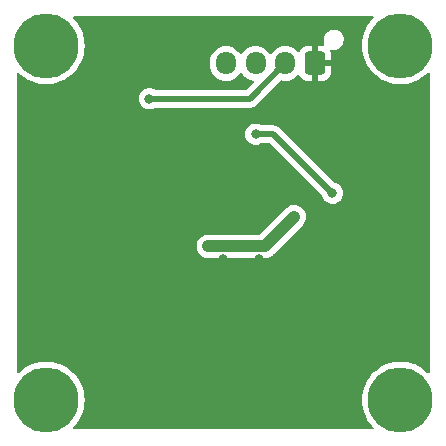
<source format=gbl>
%TF.GenerationSoftware,KiCad,Pcbnew,7.0.1-0*%
%TF.CreationDate,2023-04-01T23:00:14-04:00*%
%TF.ProjectId,Turbidometer,54757262-6964-46f6-9d65-7465722e6b69,rev?*%
%TF.SameCoordinates,Original*%
%TF.FileFunction,Copper,L2,Bot*%
%TF.FilePolarity,Positive*%
%FSLAX46Y46*%
G04 Gerber Fmt 4.6, Leading zero omitted, Abs format (unit mm)*
G04 Created by KiCad (PCBNEW 7.0.1-0) date 2023-04-01 23:00:14*
%MOMM*%
%LPD*%
G01*
G04 APERTURE LIST*
G04 Aperture macros list*
%AMRoundRect*
0 Rectangle with rounded corners*
0 $1 Rounding radius*
0 $2 $3 $4 $5 $6 $7 $8 $9 X,Y pos of 4 corners*
0 Add a 4 corners polygon primitive as box body*
4,1,4,$2,$3,$4,$5,$6,$7,$8,$9,$2,$3,0*
0 Add four circle primitives for the rounded corners*
1,1,$1+$1,$2,$3*
1,1,$1+$1,$4,$5*
1,1,$1+$1,$6,$7*
1,1,$1+$1,$8,$9*
0 Add four rect primitives between the rounded corners*
20,1,$1+$1,$2,$3,$4,$5,0*
20,1,$1+$1,$4,$5,$6,$7,0*
20,1,$1+$1,$6,$7,$8,$9,0*
20,1,$1+$1,$8,$9,$2,$3,0*%
G04 Aperture macros list end*
%TA.AperFunction,ComponentPad*%
%ADD10C,5.500000*%
%TD*%
%TA.AperFunction,ComponentPad*%
%ADD11RoundRect,0.250000X0.600000X0.725000X-0.600000X0.725000X-0.600000X-0.725000X0.600000X-0.725000X0*%
%TD*%
%TA.AperFunction,ComponentPad*%
%ADD12O,1.700000X1.950000*%
%TD*%
%TA.AperFunction,ViaPad*%
%ADD13C,0.800000*%
%TD*%
%TA.AperFunction,Conductor*%
%ADD14C,0.500000*%
%TD*%
%TA.AperFunction,Conductor*%
%ADD15C,1.000000*%
%TD*%
G04 APERTURE END LIST*
D10*
%TO.P,H2,1*%
%TO.N,N/C*%
X120000000Y-47500000D03*
%TD*%
%TO.P,H1,1*%
%TO.N,N/C*%
X90000000Y-47500000D03*
%TD*%
%TO.P,H4,1*%
%TO.N,N/C*%
X120000000Y-77500000D03*
%TD*%
%TO.P,H3,1*%
%TO.N,N/C*%
X90000000Y-77500000D03*
%TD*%
D11*
%TO.P,J2,1,Pin_1*%
%TO.N,GND*%
X112750000Y-49000000D03*
D12*
%TO.P,J2,2,Pin_2*%
%TO.N,+3V3*%
X110250000Y-49000000D03*
%TO.P,J2,3,Pin_3*%
%TO.N,SDA-VCC*%
X107750000Y-49000000D03*
%TO.P,J2,4,Pin_4*%
%TO.N,SCL-VCC*%
X105250000Y-49000000D03*
%TD*%
D13*
%TO.N,+3V3*%
X98750000Y-52000000D03*
%TO.N,GND*%
X103600000Y-73800000D03*
X89000000Y-62500000D03*
X105000000Y-78500000D03*
X89000000Y-52500000D03*
X109500000Y-75500000D03*
X105787500Y-62287500D03*
X99000000Y-64500000D03*
X95000000Y-78500000D03*
X121000000Y-55000000D03*
X99000000Y-69500000D03*
X102500000Y-78500000D03*
X112500000Y-65250000D03*
X100750000Y-50500000D03*
X115000000Y-78500000D03*
X105000000Y-67500000D03*
X121000000Y-70000000D03*
X107500000Y-78500000D03*
X105000000Y-70000000D03*
X97500000Y-78500000D03*
X108000000Y-65599500D03*
X107500000Y-70000000D03*
X96500000Y-61000000D03*
X102000000Y-50500000D03*
X101500000Y-58750000D03*
X89000000Y-57500000D03*
X112500000Y-78500000D03*
X107500000Y-67500000D03*
X102500000Y-72500000D03*
X121000000Y-67500000D03*
X121000000Y-57500000D03*
X114250000Y-56250000D03*
X110000000Y-78500000D03*
X121000000Y-62500000D03*
X100000000Y-78500000D03*
X121000000Y-60000000D03*
X121000000Y-72500000D03*
X89000000Y-55000000D03*
X89000000Y-60000000D03*
X89000000Y-67500000D03*
X89000000Y-72500000D03*
X89000000Y-70000000D03*
X89000000Y-65000000D03*
X121000000Y-52500000D03*
X104997882Y-65599500D03*
X121000000Y-65000000D03*
%TO.N,+3V0*%
X103750000Y-64500000D03*
X107750000Y-55000000D03*
X111000000Y-62000000D03*
X114250000Y-60000000D03*
%TD*%
D14*
%TO.N,+3V3*%
X98750000Y-52000000D02*
X107250000Y-52000000D01*
X107250000Y-52000000D02*
X110250000Y-49000000D01*
%TO.N,+3V0*%
X109250000Y-55000000D02*
X107750000Y-55000000D01*
D15*
X111000000Y-62000000D02*
X108500000Y-64500000D01*
D14*
X114250000Y-60000000D02*
X109250000Y-55000000D01*
D15*
X108500000Y-64500000D02*
X103750000Y-64500000D01*
%TD*%
%TA.AperFunction,Conductor*%
%TO.N,GND*%
G36*
X117658265Y-45013822D02*
G01*
X117702475Y-45052206D01*
X117724145Y-45106595D01*
X117718446Y-45164864D01*
X117686648Y-45214023D01*
X117636686Y-45261349D01*
X117408496Y-45529995D01*
X117210695Y-45821728D01*
X117045592Y-46133144D01*
X116915127Y-46460586D01*
X116820833Y-46800204D01*
X116763808Y-47148049D01*
X116744725Y-47499999D01*
X116763808Y-47851950D01*
X116820833Y-48199795D01*
X116915127Y-48539413D01*
X117045592Y-48866855D01*
X117210695Y-49178271D01*
X117408496Y-49470004D01*
X117636686Y-49738650D01*
X117892578Y-49981045D01*
X117899736Y-49986486D01*
X118173182Y-50194354D01*
X118475202Y-50376074D01*
X118795099Y-50524074D01*
X119025073Y-50601561D01*
X119129121Y-50636619D01*
X119204893Y-50653297D01*
X119473355Y-50712391D01*
X119785652Y-50746355D01*
X119823762Y-50750500D01*
X119823763Y-50750500D01*
X120176237Y-50750500D01*
X120176238Y-50750500D01*
X120210608Y-50746761D01*
X120526645Y-50712391D01*
X120870878Y-50636619D01*
X121204901Y-50524074D01*
X121524798Y-50376074D01*
X121826818Y-50194354D01*
X122107420Y-49981046D01*
X122290725Y-49807409D01*
X122340246Y-49778701D01*
X122397385Y-49775292D01*
X122449968Y-49797911D01*
X122486788Y-49841738D01*
X122500000Y-49897434D01*
X122500000Y-75102566D01*
X122486788Y-75158262D01*
X122449968Y-75202089D01*
X122397385Y-75224708D01*
X122340246Y-75221299D01*
X122290725Y-75192590D01*
X122195688Y-75102566D01*
X122107420Y-75018954D01*
X121826818Y-74805646D01*
X121826819Y-74805646D01*
X121826817Y-74805645D01*
X121524795Y-74623924D01*
X121204903Y-74475927D01*
X121204901Y-74475926D01*
X121122758Y-74448249D01*
X120870878Y-74363380D01*
X120526645Y-74287609D01*
X120176238Y-74249500D01*
X120176237Y-74249500D01*
X119823763Y-74249500D01*
X119823762Y-74249500D01*
X119473354Y-74287609D01*
X119129121Y-74363380D01*
X118795096Y-74475927D01*
X118475204Y-74623924D01*
X118173182Y-74805645D01*
X117892578Y-75018954D01*
X117636686Y-75261349D01*
X117408496Y-75529995D01*
X117210695Y-75821728D01*
X117045592Y-76133144D01*
X116915127Y-76460586D01*
X116820833Y-76800204D01*
X116763808Y-77148049D01*
X116744725Y-77500000D01*
X116763808Y-77851950D01*
X116820833Y-78199795D01*
X116915127Y-78539413D01*
X117045592Y-78866855D01*
X117210695Y-79178271D01*
X117408496Y-79470004D01*
X117636686Y-79738650D01*
X117686648Y-79785977D01*
X117718446Y-79835136D01*
X117724145Y-79893405D01*
X117702475Y-79947794D01*
X117658265Y-79986178D01*
X117601373Y-80000000D01*
X92398627Y-80000000D01*
X92341735Y-79986178D01*
X92297525Y-79947794D01*
X92275855Y-79893405D01*
X92281554Y-79835136D01*
X92313352Y-79785977D01*
X92328591Y-79771541D01*
X92363314Y-79738650D01*
X92591501Y-79470008D01*
X92789305Y-79178269D01*
X92954407Y-78866855D01*
X93084872Y-78539413D01*
X93179166Y-78199795D01*
X93179165Y-78199795D01*
X93179168Y-78199788D01*
X93236191Y-77851957D01*
X93255274Y-77500000D01*
X93236191Y-77148043D01*
X93179168Y-76800212D01*
X93179166Y-76800204D01*
X93084872Y-76460586D01*
X92954407Y-76133144D01*
X92789304Y-75821728D01*
X92591503Y-75529995D01*
X92591501Y-75529992D01*
X92363314Y-75261350D01*
X92290725Y-75192590D01*
X92107421Y-75018954D01*
X91826817Y-74805645D01*
X91524795Y-74623924D01*
X91204903Y-74475927D01*
X91204901Y-74475926D01*
X91122758Y-74448249D01*
X90870878Y-74363380D01*
X90526645Y-74287609D01*
X90176238Y-74249500D01*
X90176237Y-74249500D01*
X89823763Y-74249500D01*
X89823762Y-74249500D01*
X89473354Y-74287609D01*
X89129121Y-74363380D01*
X88795096Y-74475927D01*
X88475204Y-74623924D01*
X88173182Y-74805645D01*
X87892584Y-75018950D01*
X87709275Y-75192590D01*
X87659754Y-75221299D01*
X87602615Y-75224708D01*
X87550032Y-75202089D01*
X87513212Y-75158262D01*
X87500000Y-75102566D01*
X87500000Y-64550937D01*
X102745630Y-64550937D01*
X102776443Y-64752071D01*
X102847113Y-64942886D01*
X102954745Y-65115568D01*
X102954748Y-65115571D01*
X103094941Y-65263053D01*
X103261951Y-65379295D01*
X103448942Y-65459540D01*
X103648259Y-65500500D01*
X108485721Y-65500500D01*
X108488862Y-65500539D01*
X108576363Y-65502757D01*
X108634432Y-65492348D01*
X108643736Y-65491043D01*
X108702438Y-65485074D01*
X108731467Y-65475965D01*
X108746700Y-65472226D01*
X108776653Y-65466858D01*
X108831426Y-65444978D01*
X108840301Y-65441819D01*
X108857675Y-65436367D01*
X108896588Y-65424159D01*
X108923194Y-65409390D01*
X108937362Y-65402662D01*
X108965617Y-65391377D01*
X109014879Y-65358909D01*
X109022910Y-65354043D01*
X109074502Y-65325409D01*
X109097587Y-65305589D01*
X109110114Y-65296144D01*
X109135519Y-65279402D01*
X109177251Y-65237668D01*
X109184123Y-65231300D01*
X109228895Y-65192866D01*
X109247524Y-65168798D01*
X109257883Y-65157036D01*
X111743340Y-62671580D01*
X111839698Y-62553407D01*
X111933909Y-62373049D01*
X111989887Y-62177418D01*
X112005337Y-61974524D01*
X111979630Y-61772672D01*
X111913816Y-61580128D01*
X111810591Y-61404773D01*
X111674179Y-61253787D01*
X111628979Y-61220596D01*
X111510166Y-61133349D01*
X111325269Y-61048394D01*
X111127053Y-61002396D01*
X110923638Y-60997242D01*
X110723345Y-61033142D01*
X110534380Y-61108623D01*
X110364481Y-61220596D01*
X108121899Y-63463181D01*
X108081671Y-63490061D01*
X108034218Y-63499500D01*
X103699258Y-63499500D01*
X103638579Y-63505670D01*
X103547559Y-63514926D01*
X103353412Y-63575841D01*
X103175500Y-63674589D01*
X103021104Y-63807135D01*
X102896551Y-63968042D01*
X102806940Y-64150727D01*
X102755937Y-64347716D01*
X102745630Y-64550937D01*
X87500000Y-64550937D01*
X87500000Y-55000000D01*
X106844540Y-55000000D01*
X106864326Y-55188257D01*
X106922820Y-55368284D01*
X107017466Y-55532216D01*
X107144129Y-55672889D01*
X107297269Y-55784151D01*
X107470197Y-55861144D01*
X107655352Y-55900500D01*
X107655354Y-55900500D01*
X107844646Y-55900500D01*
X107844648Y-55900500D01*
X107968084Y-55874262D01*
X108029803Y-55861144D01*
X108202730Y-55784151D01*
X108216449Y-55774183D01*
X108251018Y-55756569D01*
X108289337Y-55750500D01*
X108887770Y-55750500D01*
X108935223Y-55759939D01*
X108975451Y-55786819D01*
X113337228Y-60148596D01*
X113367478Y-60197958D01*
X113422821Y-60368285D01*
X113517466Y-60532216D01*
X113644129Y-60672889D01*
X113797269Y-60784151D01*
X113970197Y-60861144D01*
X114155352Y-60900500D01*
X114155354Y-60900500D01*
X114344646Y-60900500D01*
X114344648Y-60900500D01*
X114468084Y-60874262D01*
X114529803Y-60861144D01*
X114702730Y-60784151D01*
X114855871Y-60672888D01*
X114982533Y-60532216D01*
X115077179Y-60368284D01*
X115135674Y-60188256D01*
X115155460Y-60000000D01*
X115135674Y-59811744D01*
X115077179Y-59631716D01*
X115077179Y-59631715D01*
X114982533Y-59467783D01*
X114855870Y-59327110D01*
X114702730Y-59215848D01*
X114529803Y-59138855D01*
X114464669Y-59125011D01*
X114431283Y-59112694D01*
X114402769Y-59091402D01*
X109825728Y-54514360D01*
X109813946Y-54500727D01*
X109799609Y-54481469D01*
X109761666Y-54449631D01*
X109753691Y-54442323D01*
X109749782Y-54438414D01*
X109749777Y-54438409D01*
X109725423Y-54419152D01*
X109722647Y-54416890D01*
X109664251Y-54367890D01*
X109647821Y-54357422D01*
X109578691Y-54325186D01*
X109575447Y-54323615D01*
X109507306Y-54289394D01*
X109488903Y-54282997D01*
X109414211Y-54267574D01*
X109410692Y-54266794D01*
X109336490Y-54249208D01*
X109317121Y-54247229D01*
X109240869Y-54249448D01*
X109237263Y-54249500D01*
X108289337Y-54249500D01*
X108251018Y-54243431D01*
X108216450Y-54225817D01*
X108202728Y-54215847D01*
X108029802Y-54138855D01*
X107844648Y-54099500D01*
X107844646Y-54099500D01*
X107655354Y-54099500D01*
X107655352Y-54099500D01*
X107470197Y-54138855D01*
X107297269Y-54215848D01*
X107144129Y-54327110D01*
X107017466Y-54467783D01*
X106922820Y-54631715D01*
X106864326Y-54811742D01*
X106844540Y-55000000D01*
X87500000Y-55000000D01*
X87500000Y-51999999D01*
X97844540Y-51999999D01*
X97864326Y-52188257D01*
X97922820Y-52368284D01*
X98017466Y-52532216D01*
X98144129Y-52672889D01*
X98297269Y-52784151D01*
X98470197Y-52861144D01*
X98655352Y-52900500D01*
X98655354Y-52900500D01*
X98844646Y-52900500D01*
X98844648Y-52900500D01*
X98968083Y-52874262D01*
X99029803Y-52861144D01*
X99202730Y-52784151D01*
X99216449Y-52774183D01*
X99251018Y-52756569D01*
X99289337Y-52750500D01*
X107186294Y-52750500D01*
X107204264Y-52751809D01*
X107208320Y-52752402D01*
X107228023Y-52755289D01*
X107277368Y-52750972D01*
X107288176Y-52750500D01*
X107293706Y-52750500D01*
X107293709Y-52750500D01*
X107324550Y-52746894D01*
X107328031Y-52746539D01*
X107402797Y-52739999D01*
X107402797Y-52739998D01*
X107404052Y-52739889D01*
X107423062Y-52735674D01*
X107424250Y-52735241D01*
X107424255Y-52735241D01*
X107494820Y-52709557D01*
X107498095Y-52708419D01*
X107569334Y-52684814D01*
X107569336Y-52684812D01*
X107570536Y-52684415D01*
X107588063Y-52675929D01*
X107589112Y-52675238D01*
X107589117Y-52675237D01*
X107651806Y-52634005D01*
X107654798Y-52632099D01*
X107718656Y-52592712D01*
X107718656Y-52592711D01*
X107719729Y-52592050D01*
X107734824Y-52579753D01*
X107735692Y-52578832D01*
X107735696Y-52578830D01*
X107787185Y-52524253D01*
X107789631Y-52521735D01*
X109835188Y-50476177D01*
X109890773Y-50444085D01*
X109954961Y-50444085D01*
X110014592Y-50460063D01*
X110250000Y-50480659D01*
X110485408Y-50460063D01*
X110713663Y-50398903D01*
X110927829Y-50299035D01*
X111121401Y-50163495D01*
X111268968Y-50015927D01*
X111315934Y-49986486D01*
X111371041Y-49980450D01*
X111423270Y-49999032D01*
X111462184Y-50038515D01*
X111557684Y-50193346D01*
X111681654Y-50317316D01*
X111830877Y-50409357D01*
X111997303Y-50464506D01*
X112100021Y-50475000D01*
X112500000Y-50475000D01*
X112500000Y-49250000D01*
X113000000Y-49250000D01*
X113000000Y-50474999D01*
X113399979Y-50474999D01*
X113502695Y-50464506D01*
X113669122Y-50409357D01*
X113818345Y-50317316D01*
X113942316Y-50193345D01*
X114034357Y-50044122D01*
X114089506Y-49877696D01*
X114100000Y-49774979D01*
X114100000Y-49250000D01*
X113000000Y-49250000D01*
X112500000Y-49250000D01*
X112500000Y-48750000D01*
X113000000Y-48750000D01*
X114099999Y-48750000D01*
X114099999Y-48225021D01*
X114089506Y-48122306D01*
X114047720Y-47996206D01*
X114044070Y-47931731D01*
X114073334Y-47874165D01*
X114127575Y-47839119D01*
X114192082Y-47836100D01*
X114257503Y-47850500D01*
X114396113Y-47850500D01*
X114396115Y-47850500D01*
X114465011Y-47843007D01*
X114533910Y-47835514D01*
X114709221Y-47776444D01*
X114867736Y-47681070D01*
X115002041Y-47553849D01*
X115105858Y-47400730D01*
X115174331Y-47228875D01*
X115204260Y-47046317D01*
X115194245Y-46861593D01*
X115144754Y-46683341D01*
X115058100Y-46519896D01*
X114938337Y-46378900D01*
X114938336Y-46378899D01*
X114791063Y-46266944D01*
X114623169Y-46189268D01*
X114442497Y-46149500D01*
X114303887Y-46149500D01*
X114303885Y-46149500D01*
X114166091Y-46164485D01*
X113990779Y-46223556D01*
X113832262Y-46318931D01*
X113697960Y-46446149D01*
X113594140Y-46599272D01*
X113525669Y-46771121D01*
X113495740Y-46953685D01*
X113505754Y-47138407D01*
X113555245Y-47316658D01*
X113572220Y-47348675D01*
X113586494Y-47413269D01*
X113565525Y-47476009D01*
X113515282Y-47519041D01*
X113450064Y-47530116D01*
X113399981Y-47525000D01*
X113000000Y-47525000D01*
X113000000Y-48750000D01*
X112500000Y-48750000D01*
X112500000Y-47525001D01*
X112100021Y-47525001D01*
X111997304Y-47535493D01*
X111830877Y-47590642D01*
X111681654Y-47682683D01*
X111557684Y-47806653D01*
X111462184Y-47961484D01*
X111423270Y-48000967D01*
X111371041Y-48019549D01*
X111315934Y-48013513D01*
X111268964Y-47984068D01*
X111121404Y-47836508D01*
X111121401Y-47836505D01*
X110927830Y-47700965D01*
X110713663Y-47601097D01*
X110652501Y-47584709D01*
X110485407Y-47539936D01*
X110250000Y-47519340D01*
X110014592Y-47539936D01*
X109786336Y-47601097D01*
X109572170Y-47700965D01*
X109378598Y-47836505D01*
X109211505Y-48003598D01*
X109101575Y-48160596D01*
X109057257Y-48199462D01*
X109000000Y-48213473D01*
X108942743Y-48199462D01*
X108898425Y-48160596D01*
X108788494Y-48003598D01*
X108621404Y-47836508D01*
X108621401Y-47836505D01*
X108427830Y-47700965D01*
X108213663Y-47601097D01*
X108152501Y-47584709D01*
X107985407Y-47539936D01*
X107750000Y-47519340D01*
X107514592Y-47539936D01*
X107286336Y-47601097D01*
X107072170Y-47700965D01*
X106878598Y-47836505D01*
X106711505Y-48003598D01*
X106601575Y-48160596D01*
X106557257Y-48199462D01*
X106500000Y-48213473D01*
X106442743Y-48199462D01*
X106398425Y-48160596D01*
X106288494Y-48003598D01*
X106121404Y-47836508D01*
X106121401Y-47836505D01*
X105927830Y-47700965D01*
X105713663Y-47601097D01*
X105652501Y-47584709D01*
X105485407Y-47539936D01*
X105250000Y-47519340D01*
X105014592Y-47539936D01*
X104786336Y-47601097D01*
X104572170Y-47700965D01*
X104378598Y-47836505D01*
X104211505Y-48003598D01*
X104075965Y-48197170D01*
X103976097Y-48411336D01*
X103914936Y-48639592D01*
X103899500Y-48816032D01*
X103899500Y-49183968D01*
X103914936Y-49360407D01*
X103976097Y-49588663D01*
X104075965Y-49802829D01*
X104211505Y-49996401D01*
X104378599Y-50163495D01*
X104572170Y-50299035D01*
X104786337Y-50398903D01*
X105014592Y-50460063D01*
X105250000Y-50480659D01*
X105485408Y-50460063D01*
X105713663Y-50398903D01*
X105927829Y-50299035D01*
X106121401Y-50163495D01*
X106288495Y-49996401D01*
X106398426Y-49839401D01*
X106442743Y-49800537D01*
X106500000Y-49786526D01*
X106557257Y-49800537D01*
X106601573Y-49839401D01*
X106711505Y-49996401D01*
X106878599Y-50163495D01*
X107072170Y-50299035D01*
X107286337Y-50398903D01*
X107475895Y-50449694D01*
X107531481Y-50481786D01*
X107563575Y-50537374D01*
X107563575Y-50601561D01*
X107531481Y-50657149D01*
X106975451Y-51213181D01*
X106935223Y-51240061D01*
X106887770Y-51249500D01*
X99289337Y-51249500D01*
X99251018Y-51243431D01*
X99216450Y-51225817D01*
X99202728Y-51215847D01*
X99029802Y-51138855D01*
X98844648Y-51099500D01*
X98844646Y-51099500D01*
X98655354Y-51099500D01*
X98655352Y-51099500D01*
X98470197Y-51138855D01*
X98297269Y-51215848D01*
X98144129Y-51327110D01*
X98017466Y-51467783D01*
X97922820Y-51631715D01*
X97864326Y-51811742D01*
X97844540Y-51999999D01*
X87500000Y-51999999D01*
X87500000Y-49897434D01*
X87513212Y-49841738D01*
X87550032Y-49797911D01*
X87602615Y-49775292D01*
X87659754Y-49778701D01*
X87709274Y-49807409D01*
X87892580Y-49981046D01*
X88173182Y-50194354D01*
X88475202Y-50376074D01*
X88795099Y-50524074D01*
X89025073Y-50601561D01*
X89129121Y-50636619D01*
X89204893Y-50653297D01*
X89473355Y-50712391D01*
X89785652Y-50746355D01*
X89823762Y-50750500D01*
X89823763Y-50750500D01*
X90176237Y-50750500D01*
X90176238Y-50750500D01*
X90210608Y-50746761D01*
X90526645Y-50712391D01*
X90870878Y-50636619D01*
X91204901Y-50524074D01*
X91524798Y-50376074D01*
X91826818Y-50194354D01*
X92107420Y-49981046D01*
X92363314Y-49738650D01*
X92591501Y-49470008D01*
X92785441Y-49183968D01*
X92789304Y-49178271D01*
X92954407Y-48866855D01*
X93084872Y-48539413D01*
X93179166Y-48199795D01*
X93179165Y-48199795D01*
X93179168Y-48199788D01*
X93236191Y-47851957D01*
X93255274Y-47500000D01*
X93236191Y-47148043D01*
X93179168Y-46800212D01*
X93146719Y-46683341D01*
X93084872Y-46460586D01*
X92954407Y-46133144D01*
X92789304Y-45821728D01*
X92591503Y-45529995D01*
X92591501Y-45529992D01*
X92363314Y-45261350D01*
X92313352Y-45214023D01*
X92281554Y-45164864D01*
X92275855Y-45106595D01*
X92297525Y-45052206D01*
X92341735Y-45013822D01*
X92398627Y-45000000D01*
X117601373Y-45000000D01*
X117658265Y-45013822D01*
G37*
%TD.AperFunction*%
%TD*%
M02*

</source>
